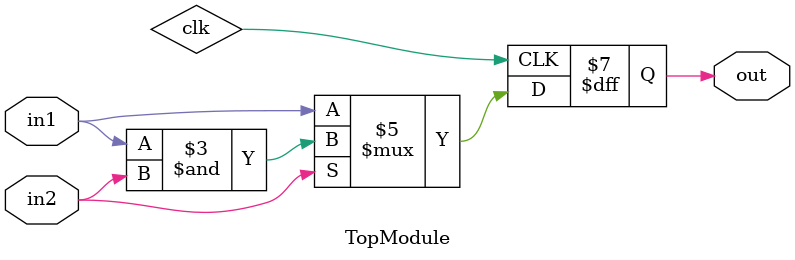
<source format=sv>

module TopModule (
  input in1,
  input in2,
  output logic out
);

// AND gate with a bubble on input in2
always @(posedge clk) begin
  if (!in2)
    out <= in1;
  else
    out <= in1 & in2;
end

endmodule

// VERILOG-EVAL: errant inclusion of module definition

</source>
